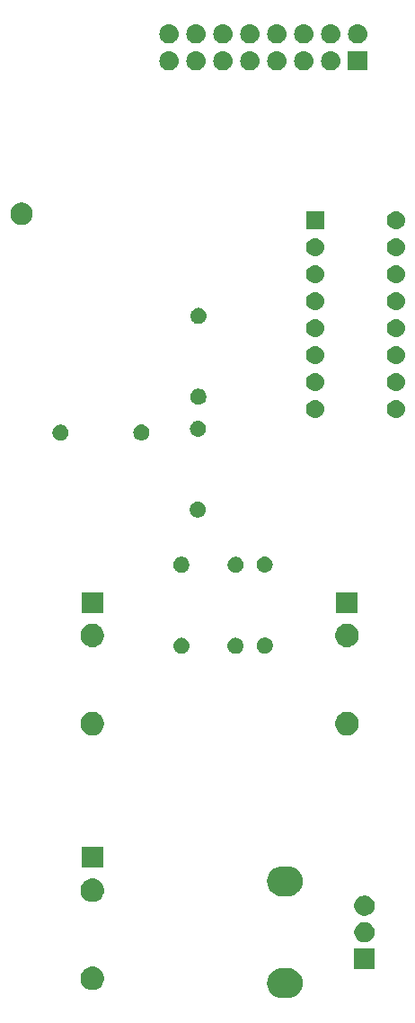
<source format=gbr>
G04 #@! TF.GenerationSoftware,KiCad,Pcbnew,(5.1.4-0)*
G04 #@! TF.CreationDate,2019-09-06T00:12:38-05:00*
G04 #@! TF.ProjectId,attenuverter,61747465-6e75-4766-9572-7465722e6b69,rev?*
G04 #@! TF.SameCoordinates,Original*
G04 #@! TF.FileFunction,Soldermask,Bot*
G04 #@! TF.FilePolarity,Negative*
%FSLAX46Y46*%
G04 Gerber Fmt 4.6, Leading zero omitted, Abs format (unit mm)*
G04 Created by KiCad (PCBNEW (5.1.4-0)) date 2019-09-06 00:12:38*
%MOMM*%
%LPD*%
G04 APERTURE LIST*
%ADD10C,0.100000*%
G04 APERTURE END LIST*
D10*
G36*
X130548412Y-143445805D02*
G01*
X130686604Y-143459416D01*
X130952579Y-143540099D01*
X130952581Y-143540100D01*
X131197701Y-143671119D01*
X131412556Y-143847444D01*
X131588881Y-144062299D01*
X131710633Y-144290082D01*
X131719901Y-144307421D01*
X131800584Y-144573396D01*
X131827827Y-144850000D01*
X131800584Y-145126604D01*
X131719901Y-145392579D01*
X131719900Y-145392581D01*
X131588881Y-145637701D01*
X131412556Y-145852556D01*
X131197701Y-146028881D01*
X130952581Y-146159900D01*
X130952579Y-146159901D01*
X130686604Y-146240584D01*
X130548412Y-146254195D01*
X130479317Y-146261000D01*
X129820683Y-146261000D01*
X129751588Y-146254195D01*
X129613396Y-146240584D01*
X129347421Y-146159901D01*
X129347419Y-146159900D01*
X129102299Y-146028881D01*
X128887444Y-145852556D01*
X128711119Y-145637701D01*
X128580100Y-145392581D01*
X128580099Y-145392579D01*
X128499416Y-145126604D01*
X128472173Y-144850000D01*
X128499416Y-144573396D01*
X128580099Y-144307421D01*
X128589367Y-144290082D01*
X128711119Y-144062299D01*
X128887444Y-143847444D01*
X129102299Y-143671119D01*
X129347419Y-143540100D01*
X129347421Y-143540099D01*
X129613396Y-143459416D01*
X129751588Y-143445805D01*
X129820683Y-143439000D01*
X130479317Y-143439000D01*
X130548412Y-143445805D01*
X130548412Y-143445805D01*
G37*
G36*
X112253655Y-143312591D02*
G01*
X112325525Y-143326887D01*
X112528624Y-143411013D01*
X112711409Y-143533146D01*
X112866854Y-143688591D01*
X112988987Y-143871376D01*
X113073113Y-144074475D01*
X113116000Y-144290084D01*
X113116000Y-144509916D01*
X113073113Y-144725525D01*
X112988987Y-144928624D01*
X112866854Y-145111409D01*
X112711409Y-145266854D01*
X112528624Y-145388987D01*
X112325525Y-145473113D01*
X112253655Y-145487409D01*
X112109918Y-145516000D01*
X111890082Y-145516000D01*
X111746345Y-145487409D01*
X111674475Y-145473113D01*
X111471376Y-145388987D01*
X111288591Y-145266854D01*
X111133146Y-145111409D01*
X111011013Y-144928624D01*
X110926887Y-144725525D01*
X110884000Y-144509916D01*
X110884000Y-144290084D01*
X110926887Y-144074475D01*
X111011013Y-143871376D01*
X111133146Y-143688591D01*
X111288591Y-143533146D01*
X111471376Y-143411013D01*
X111674475Y-143326887D01*
X111746345Y-143312591D01*
X111890082Y-143284000D01*
X112109918Y-143284000D01*
X112253655Y-143312591D01*
X112253655Y-143312591D01*
G37*
G36*
X138601000Y-143501000D02*
G01*
X136699000Y-143501000D01*
X136699000Y-141599000D01*
X138601000Y-141599000D01*
X138601000Y-143501000D01*
X138601000Y-143501000D01*
G37*
G36*
X137927395Y-139135546D02*
G01*
X138100466Y-139207234D01*
X138100467Y-139207235D01*
X138256227Y-139311310D01*
X138388690Y-139443773D01*
X138388691Y-139443775D01*
X138492766Y-139599534D01*
X138564454Y-139772605D01*
X138601000Y-139956333D01*
X138601000Y-140143667D01*
X138564454Y-140327395D01*
X138492766Y-140500466D01*
X138492765Y-140500467D01*
X138388690Y-140656227D01*
X138256227Y-140788690D01*
X138177818Y-140841081D01*
X138100466Y-140892766D01*
X137927395Y-140964454D01*
X137743667Y-141001000D01*
X137556333Y-141001000D01*
X137372605Y-140964454D01*
X137199534Y-140892766D01*
X137122182Y-140841081D01*
X137043773Y-140788690D01*
X136911310Y-140656227D01*
X136807235Y-140500467D01*
X136807234Y-140500466D01*
X136735546Y-140327395D01*
X136699000Y-140143667D01*
X136699000Y-139956333D01*
X136735546Y-139772605D01*
X136807234Y-139599534D01*
X136911309Y-139443775D01*
X136911310Y-139443773D01*
X137043773Y-139311310D01*
X137199533Y-139207235D01*
X137199534Y-139207234D01*
X137372605Y-139135546D01*
X137556333Y-139099000D01*
X137743667Y-139099000D01*
X137927395Y-139135546D01*
X137927395Y-139135546D01*
G37*
G36*
X137927395Y-136635546D02*
G01*
X138100466Y-136707234D01*
X138100467Y-136707235D01*
X138256227Y-136811310D01*
X138388690Y-136943773D01*
X138388691Y-136943775D01*
X138492766Y-137099534D01*
X138564454Y-137272605D01*
X138601000Y-137456333D01*
X138601000Y-137643667D01*
X138564454Y-137827395D01*
X138492766Y-138000466D01*
X138492765Y-138000467D01*
X138388690Y-138156227D01*
X138256227Y-138288690D01*
X138177818Y-138341081D01*
X138100466Y-138392766D01*
X137927395Y-138464454D01*
X137743667Y-138501000D01*
X137556333Y-138501000D01*
X137372605Y-138464454D01*
X137199534Y-138392766D01*
X137122182Y-138341081D01*
X137043773Y-138288690D01*
X136911310Y-138156227D01*
X136807235Y-138000467D01*
X136807234Y-138000466D01*
X136735546Y-137827395D01*
X136699000Y-137643667D01*
X136699000Y-137456333D01*
X136735546Y-137272605D01*
X136807234Y-137099534D01*
X136911309Y-136943775D01*
X136911310Y-136943773D01*
X137043773Y-136811310D01*
X137199533Y-136707235D01*
X137199534Y-136707234D01*
X137372605Y-136635546D01*
X137556333Y-136599000D01*
X137743667Y-136599000D01*
X137927395Y-136635546D01*
X137927395Y-136635546D01*
G37*
G36*
X112253655Y-135012591D02*
G01*
X112325525Y-135026887D01*
X112528624Y-135111013D01*
X112711409Y-135233146D01*
X112866854Y-135388591D01*
X112988987Y-135571376D01*
X112988987Y-135571377D01*
X113073113Y-135774476D01*
X113116000Y-135990082D01*
X113116000Y-136209918D01*
X113087409Y-136353655D01*
X113073113Y-136425525D01*
X112988987Y-136628624D01*
X112866854Y-136811409D01*
X112711409Y-136966854D01*
X112528624Y-137088987D01*
X112325525Y-137173113D01*
X112253655Y-137187409D01*
X112109918Y-137216000D01*
X111890082Y-137216000D01*
X111746345Y-137187409D01*
X111674475Y-137173113D01*
X111471376Y-137088987D01*
X111288591Y-136966854D01*
X111133146Y-136811409D01*
X111011013Y-136628624D01*
X110926887Y-136425525D01*
X110912591Y-136353655D01*
X110884000Y-136209918D01*
X110884000Y-135990082D01*
X110926887Y-135774476D01*
X111011013Y-135571377D01*
X111011013Y-135571376D01*
X111133146Y-135388591D01*
X111288591Y-135233146D01*
X111471376Y-135111013D01*
X111674475Y-135026887D01*
X111746345Y-135012591D01*
X111890082Y-134984000D01*
X112109918Y-134984000D01*
X112253655Y-135012591D01*
X112253655Y-135012591D01*
G37*
G36*
X130548412Y-133845805D02*
G01*
X130686604Y-133859416D01*
X130952579Y-133940099D01*
X130952581Y-133940100D01*
X131197701Y-134071119D01*
X131412556Y-134247444D01*
X131588880Y-134462298D01*
X131719901Y-134707421D01*
X131800584Y-134973396D01*
X131827827Y-135250000D01*
X131800584Y-135526604D01*
X131719901Y-135792579D01*
X131719900Y-135792581D01*
X131588881Y-136037701D01*
X131412556Y-136252556D01*
X131197701Y-136428881D01*
X130952581Y-136559900D01*
X130952579Y-136559901D01*
X130686604Y-136640584D01*
X130548412Y-136654195D01*
X130479317Y-136661000D01*
X129820683Y-136661000D01*
X129751588Y-136654195D01*
X129613396Y-136640584D01*
X129347421Y-136559901D01*
X129347419Y-136559900D01*
X129102299Y-136428881D01*
X128887444Y-136252556D01*
X128711119Y-136037701D01*
X128580100Y-135792581D01*
X128580099Y-135792579D01*
X128499416Y-135526604D01*
X128472173Y-135250000D01*
X128499416Y-134973396D01*
X128580099Y-134707421D01*
X128711120Y-134462298D01*
X128887444Y-134247444D01*
X129102299Y-134071119D01*
X129347419Y-133940100D01*
X129347421Y-133940099D01*
X129613396Y-133859416D01*
X129751588Y-133845805D01*
X129820683Y-133839000D01*
X130479317Y-133839000D01*
X130548412Y-133845805D01*
X130548412Y-133845805D01*
G37*
G36*
X113016000Y-133966000D02*
G01*
X110984000Y-133966000D01*
X110984000Y-132034000D01*
X113016000Y-132034000D01*
X113016000Y-133966000D01*
X113016000Y-133966000D01*
G37*
G36*
X136253655Y-119312591D02*
G01*
X136325525Y-119326887D01*
X136528624Y-119411013D01*
X136711409Y-119533146D01*
X136866854Y-119688591D01*
X136988987Y-119871376D01*
X137073113Y-120074475D01*
X137116000Y-120290084D01*
X137116000Y-120509916D01*
X137073113Y-120725525D01*
X136988987Y-120928624D01*
X136866854Y-121111409D01*
X136711409Y-121266854D01*
X136528624Y-121388987D01*
X136325525Y-121473113D01*
X136253655Y-121487409D01*
X136109918Y-121516000D01*
X135890082Y-121516000D01*
X135746345Y-121487409D01*
X135674475Y-121473113D01*
X135471376Y-121388987D01*
X135288591Y-121266854D01*
X135133146Y-121111409D01*
X135011013Y-120928624D01*
X134926887Y-120725525D01*
X134884000Y-120509916D01*
X134884000Y-120290084D01*
X134926887Y-120074475D01*
X135011013Y-119871376D01*
X135133146Y-119688591D01*
X135288591Y-119533146D01*
X135471376Y-119411013D01*
X135674475Y-119326887D01*
X135746345Y-119312591D01*
X135890082Y-119284000D01*
X136109918Y-119284000D01*
X136253655Y-119312591D01*
X136253655Y-119312591D01*
G37*
G36*
X112253655Y-119312591D02*
G01*
X112325525Y-119326887D01*
X112528624Y-119411013D01*
X112711409Y-119533146D01*
X112866854Y-119688591D01*
X112988987Y-119871376D01*
X113073113Y-120074475D01*
X113116000Y-120290084D01*
X113116000Y-120509916D01*
X113073113Y-120725525D01*
X112988987Y-120928624D01*
X112866854Y-121111409D01*
X112711409Y-121266854D01*
X112528624Y-121388987D01*
X112325525Y-121473113D01*
X112253655Y-121487409D01*
X112109918Y-121516000D01*
X111890082Y-121516000D01*
X111746345Y-121487409D01*
X111674475Y-121473113D01*
X111471376Y-121388987D01*
X111288591Y-121266854D01*
X111133146Y-121111409D01*
X111011013Y-120928624D01*
X110926887Y-120725525D01*
X110884000Y-120509916D01*
X110884000Y-120290084D01*
X110926887Y-120074475D01*
X111011013Y-119871376D01*
X111133146Y-119688591D01*
X111288591Y-119533146D01*
X111471376Y-119411013D01*
X111674475Y-119326887D01*
X111746345Y-119312591D01*
X111890082Y-119284000D01*
X112109918Y-119284000D01*
X112253655Y-119312591D01*
X112253655Y-119312591D01*
G37*
G36*
X120473665Y-112322622D02*
G01*
X120547222Y-112329867D01*
X120688786Y-112372810D01*
X120819252Y-112442546D01*
X120848634Y-112466659D01*
X120933607Y-112536393D01*
X121003008Y-112620960D01*
X121027454Y-112650748D01*
X121097190Y-112781214D01*
X121140133Y-112922778D01*
X121154633Y-113070000D01*
X121140133Y-113217222D01*
X121097190Y-113358786D01*
X121027454Y-113489252D01*
X121003008Y-113519040D01*
X120933607Y-113603607D01*
X120849040Y-113673008D01*
X120819252Y-113697454D01*
X120688786Y-113767190D01*
X120547222Y-113810133D01*
X120473665Y-113817378D01*
X120436888Y-113821000D01*
X120363112Y-113821000D01*
X120326335Y-113817378D01*
X120252778Y-113810133D01*
X120111214Y-113767190D01*
X119980748Y-113697454D01*
X119950960Y-113673008D01*
X119866393Y-113603607D01*
X119796992Y-113519040D01*
X119772546Y-113489252D01*
X119702810Y-113358786D01*
X119659867Y-113217222D01*
X119645367Y-113070000D01*
X119659867Y-112922778D01*
X119702810Y-112781214D01*
X119772546Y-112650748D01*
X119796992Y-112620960D01*
X119866393Y-112536393D01*
X119951366Y-112466659D01*
X119980748Y-112442546D01*
X120111214Y-112372810D01*
X120252778Y-112329867D01*
X120326335Y-112322622D01*
X120363112Y-112319000D01*
X120436888Y-112319000D01*
X120473665Y-112322622D01*
X120473665Y-112322622D01*
G37*
G36*
X125573665Y-112322622D02*
G01*
X125647222Y-112329867D01*
X125788786Y-112372810D01*
X125919252Y-112442546D01*
X125948634Y-112466659D01*
X126033607Y-112536393D01*
X126103008Y-112620960D01*
X126127454Y-112650748D01*
X126197190Y-112781214D01*
X126240133Y-112922778D01*
X126254633Y-113070000D01*
X126240133Y-113217222D01*
X126197190Y-113358786D01*
X126127454Y-113489252D01*
X126103008Y-113519040D01*
X126033607Y-113603607D01*
X125949040Y-113673008D01*
X125919252Y-113697454D01*
X125788786Y-113767190D01*
X125647222Y-113810133D01*
X125573665Y-113817378D01*
X125536888Y-113821000D01*
X125463112Y-113821000D01*
X125426335Y-113817378D01*
X125352778Y-113810133D01*
X125211214Y-113767190D01*
X125080748Y-113697454D01*
X125050960Y-113673008D01*
X124966393Y-113603607D01*
X124896992Y-113519040D01*
X124872546Y-113489252D01*
X124802810Y-113358786D01*
X124759867Y-113217222D01*
X124745367Y-113070000D01*
X124759867Y-112922778D01*
X124802810Y-112781214D01*
X124872546Y-112650748D01*
X124896992Y-112620960D01*
X124966393Y-112536393D01*
X125051366Y-112466659D01*
X125080748Y-112442546D01*
X125211214Y-112372810D01*
X125352778Y-112329867D01*
X125426335Y-112322622D01*
X125463112Y-112319000D01*
X125536888Y-112319000D01*
X125573665Y-112322622D01*
X125573665Y-112322622D01*
G37*
G36*
X128424516Y-112319000D02*
G01*
X128469059Y-112327860D01*
X128605732Y-112384472D01*
X128728735Y-112466660D01*
X128833340Y-112571265D01*
X128833341Y-112571267D01*
X128915529Y-112694270D01*
X128972140Y-112830941D01*
X129001000Y-112976032D01*
X129001000Y-113123968D01*
X128982694Y-113216000D01*
X128972140Y-113269059D01*
X128915528Y-113405732D01*
X128833340Y-113528735D01*
X128728735Y-113633340D01*
X128605732Y-113715528D01*
X128605731Y-113715529D01*
X128605730Y-113715529D01*
X128469059Y-113772140D01*
X128323968Y-113801000D01*
X128176032Y-113801000D01*
X128030941Y-113772140D01*
X127894270Y-113715529D01*
X127894269Y-113715529D01*
X127894268Y-113715528D01*
X127771265Y-113633340D01*
X127666660Y-113528735D01*
X127584472Y-113405732D01*
X127527860Y-113269059D01*
X127517306Y-113216000D01*
X127499000Y-113123968D01*
X127499000Y-112976032D01*
X127527860Y-112830941D01*
X127584471Y-112694270D01*
X127666659Y-112571267D01*
X127666660Y-112571265D01*
X127771265Y-112466660D01*
X127894268Y-112384472D01*
X128030941Y-112327860D01*
X128075484Y-112319000D01*
X128176032Y-112299000D01*
X128323968Y-112299000D01*
X128424516Y-112319000D01*
X128424516Y-112319000D01*
G37*
G36*
X136253655Y-111012591D02*
G01*
X136325525Y-111026887D01*
X136528624Y-111111013D01*
X136711409Y-111233146D01*
X136866854Y-111388591D01*
X136988987Y-111571376D01*
X137073113Y-111774475D01*
X137116000Y-111990084D01*
X137116000Y-112209916D01*
X137073113Y-112425525D01*
X136988987Y-112628624D01*
X136866854Y-112811409D01*
X136711409Y-112966854D01*
X136528624Y-113088987D01*
X136325525Y-113173113D01*
X136253655Y-113187409D01*
X136109918Y-113216000D01*
X135890082Y-113216000D01*
X135746345Y-113187409D01*
X135674475Y-113173113D01*
X135471376Y-113088987D01*
X135288591Y-112966854D01*
X135133146Y-112811409D01*
X135011013Y-112628624D01*
X134926887Y-112425525D01*
X134884000Y-112209916D01*
X134884000Y-111990084D01*
X134926887Y-111774475D01*
X135011013Y-111571376D01*
X135133146Y-111388591D01*
X135288591Y-111233146D01*
X135471376Y-111111013D01*
X135674475Y-111026887D01*
X135746345Y-111012591D01*
X135890082Y-110984000D01*
X136109918Y-110984000D01*
X136253655Y-111012591D01*
X136253655Y-111012591D01*
G37*
G36*
X112253655Y-111012591D02*
G01*
X112325525Y-111026887D01*
X112528624Y-111111013D01*
X112711409Y-111233146D01*
X112866854Y-111388591D01*
X112988987Y-111571376D01*
X113073113Y-111774475D01*
X113116000Y-111990084D01*
X113116000Y-112209916D01*
X113073113Y-112425525D01*
X112988987Y-112628624D01*
X112866854Y-112811409D01*
X112711409Y-112966854D01*
X112528624Y-113088987D01*
X112325525Y-113173113D01*
X112253655Y-113187409D01*
X112109918Y-113216000D01*
X111890082Y-113216000D01*
X111746345Y-113187409D01*
X111674475Y-113173113D01*
X111471376Y-113088987D01*
X111288591Y-112966854D01*
X111133146Y-112811409D01*
X111011013Y-112628624D01*
X110926887Y-112425525D01*
X110884000Y-112209916D01*
X110884000Y-111990084D01*
X110926887Y-111774475D01*
X111011013Y-111571376D01*
X111133146Y-111388591D01*
X111288591Y-111233146D01*
X111471376Y-111111013D01*
X111674475Y-111026887D01*
X111746345Y-111012591D01*
X111890082Y-110984000D01*
X112109918Y-110984000D01*
X112253655Y-111012591D01*
X112253655Y-111012591D01*
G37*
G36*
X137016000Y-109966000D02*
G01*
X134984000Y-109966000D01*
X134984000Y-108034000D01*
X137016000Y-108034000D01*
X137016000Y-109966000D01*
X137016000Y-109966000D01*
G37*
G36*
X113016000Y-109966000D02*
G01*
X110984000Y-109966000D01*
X110984000Y-108034000D01*
X113016000Y-108034000D01*
X113016000Y-109966000D01*
X113016000Y-109966000D01*
G37*
G36*
X125719059Y-104727860D02*
G01*
X125855732Y-104784472D01*
X125978735Y-104866660D01*
X126083340Y-104971265D01*
X126165528Y-105094268D01*
X126222140Y-105230941D01*
X126251000Y-105376033D01*
X126251000Y-105523967D01*
X126222140Y-105669059D01*
X126165528Y-105805732D01*
X126083340Y-105928735D01*
X125978735Y-106033340D01*
X125855732Y-106115528D01*
X125855731Y-106115529D01*
X125855730Y-106115529D01*
X125719059Y-106172140D01*
X125573968Y-106201000D01*
X125426032Y-106201000D01*
X125280941Y-106172140D01*
X125144270Y-106115529D01*
X125144269Y-106115529D01*
X125144268Y-106115528D01*
X125021265Y-106033340D01*
X124916660Y-105928735D01*
X124834472Y-105805732D01*
X124777860Y-105669059D01*
X124749000Y-105523967D01*
X124749000Y-105376033D01*
X124777860Y-105230941D01*
X124834472Y-105094268D01*
X124916660Y-104971265D01*
X125021265Y-104866660D01*
X125144268Y-104784472D01*
X125280941Y-104727860D01*
X125426032Y-104699000D01*
X125573968Y-104699000D01*
X125719059Y-104727860D01*
X125719059Y-104727860D01*
G37*
G36*
X120619059Y-104727860D02*
G01*
X120755732Y-104784472D01*
X120878735Y-104866660D01*
X120983340Y-104971265D01*
X121065528Y-105094268D01*
X121122140Y-105230941D01*
X121151000Y-105376033D01*
X121151000Y-105523967D01*
X121122140Y-105669059D01*
X121065528Y-105805732D01*
X120983340Y-105928735D01*
X120878735Y-106033340D01*
X120755732Y-106115528D01*
X120755731Y-106115529D01*
X120755730Y-106115529D01*
X120619059Y-106172140D01*
X120473968Y-106201000D01*
X120326032Y-106201000D01*
X120180941Y-106172140D01*
X120044270Y-106115529D01*
X120044269Y-106115529D01*
X120044268Y-106115528D01*
X119921265Y-106033340D01*
X119816660Y-105928735D01*
X119734472Y-105805732D01*
X119677860Y-105669059D01*
X119649000Y-105523967D01*
X119649000Y-105376033D01*
X119677860Y-105230941D01*
X119734472Y-105094268D01*
X119816660Y-104971265D01*
X119921265Y-104866660D01*
X120044268Y-104784472D01*
X120180941Y-104727860D01*
X120326032Y-104699000D01*
X120473968Y-104699000D01*
X120619059Y-104727860D01*
X120619059Y-104727860D01*
G37*
G36*
X128323665Y-104682622D02*
G01*
X128397222Y-104689867D01*
X128538786Y-104732810D01*
X128669252Y-104802546D01*
X128699040Y-104826992D01*
X128783607Y-104896393D01*
X128845051Y-104971265D01*
X128877454Y-105010748D01*
X128947190Y-105141214D01*
X128990133Y-105282778D01*
X129004633Y-105430000D01*
X128990133Y-105577222D01*
X128947190Y-105718786D01*
X128877454Y-105849252D01*
X128853008Y-105879040D01*
X128783607Y-105963607D01*
X128699040Y-106033008D01*
X128669252Y-106057454D01*
X128538786Y-106127190D01*
X128397222Y-106170133D01*
X128323665Y-106177378D01*
X128286888Y-106181000D01*
X128213112Y-106181000D01*
X128176335Y-106177378D01*
X128102778Y-106170133D01*
X127961214Y-106127190D01*
X127830748Y-106057454D01*
X127800960Y-106033008D01*
X127716393Y-105963607D01*
X127646992Y-105879040D01*
X127622546Y-105849252D01*
X127552810Y-105718786D01*
X127509867Y-105577222D01*
X127495367Y-105430000D01*
X127509867Y-105282778D01*
X127552810Y-105141214D01*
X127622546Y-105010748D01*
X127654949Y-104971265D01*
X127716393Y-104896393D01*
X127800960Y-104826992D01*
X127830748Y-104802546D01*
X127961214Y-104732810D01*
X128102778Y-104689867D01*
X128176335Y-104682622D01*
X128213112Y-104679000D01*
X128286888Y-104679000D01*
X128323665Y-104682622D01*
X128323665Y-104682622D01*
G37*
G36*
X122169059Y-99527860D02*
G01*
X122305732Y-99584472D01*
X122428735Y-99666660D01*
X122533340Y-99771265D01*
X122615528Y-99894268D01*
X122672140Y-100030941D01*
X122701000Y-100176033D01*
X122701000Y-100323967D01*
X122672140Y-100469059D01*
X122615528Y-100605732D01*
X122533340Y-100728735D01*
X122428735Y-100833340D01*
X122305732Y-100915528D01*
X122305731Y-100915529D01*
X122305730Y-100915529D01*
X122169059Y-100972140D01*
X122023968Y-101001000D01*
X121876032Y-101001000D01*
X121730941Y-100972140D01*
X121594270Y-100915529D01*
X121594269Y-100915529D01*
X121594268Y-100915528D01*
X121471265Y-100833340D01*
X121366660Y-100728735D01*
X121284472Y-100605732D01*
X121227860Y-100469059D01*
X121199000Y-100323967D01*
X121199000Y-100176033D01*
X121227860Y-100030941D01*
X121284472Y-99894268D01*
X121366660Y-99771265D01*
X121471265Y-99666660D01*
X121594268Y-99584472D01*
X121730941Y-99527860D01*
X121876032Y-99499000D01*
X122023968Y-99499000D01*
X122169059Y-99527860D01*
X122169059Y-99527860D01*
G37*
G36*
X109219059Y-92277860D02*
G01*
X109279294Y-92302810D01*
X109355732Y-92334472D01*
X109478735Y-92416660D01*
X109583340Y-92521265D01*
X109665528Y-92644268D01*
X109722140Y-92780941D01*
X109751000Y-92926033D01*
X109751000Y-93073967D01*
X109722140Y-93219059D01*
X109665528Y-93355732D01*
X109583340Y-93478735D01*
X109478735Y-93583340D01*
X109355732Y-93665528D01*
X109355731Y-93665529D01*
X109355730Y-93665529D01*
X109219059Y-93722140D01*
X109073968Y-93751000D01*
X108926032Y-93751000D01*
X108780941Y-93722140D01*
X108644270Y-93665529D01*
X108644269Y-93665529D01*
X108644268Y-93665528D01*
X108521265Y-93583340D01*
X108416660Y-93478735D01*
X108334472Y-93355732D01*
X108277860Y-93219059D01*
X108249000Y-93073967D01*
X108249000Y-92926033D01*
X108277860Y-92780941D01*
X108334472Y-92644268D01*
X108416660Y-92521265D01*
X108521265Y-92416660D01*
X108644268Y-92334472D01*
X108720707Y-92302810D01*
X108780941Y-92277860D01*
X108926032Y-92249000D01*
X109073968Y-92249000D01*
X109219059Y-92277860D01*
X109219059Y-92277860D01*
G37*
G36*
X116693665Y-92252622D02*
G01*
X116767222Y-92259867D01*
X116908786Y-92302810D01*
X117039252Y-92372546D01*
X117069040Y-92396992D01*
X117153607Y-92466393D01*
X117223008Y-92550960D01*
X117247454Y-92580748D01*
X117317190Y-92711214D01*
X117360133Y-92852778D01*
X117374633Y-93000000D01*
X117360133Y-93147222D01*
X117338341Y-93219059D01*
X117317189Y-93288788D01*
X117282322Y-93354019D01*
X117247454Y-93419252D01*
X117223008Y-93449040D01*
X117153607Y-93533607D01*
X117093004Y-93583341D01*
X117039252Y-93627454D01*
X116908786Y-93697190D01*
X116767222Y-93740133D01*
X116693665Y-93747378D01*
X116656888Y-93751000D01*
X116583112Y-93751000D01*
X116546335Y-93747378D01*
X116472778Y-93740133D01*
X116331214Y-93697190D01*
X116200748Y-93627454D01*
X116146996Y-93583341D01*
X116086393Y-93533607D01*
X116016992Y-93449040D01*
X115992546Y-93419252D01*
X115957678Y-93354019D01*
X115922811Y-93288788D01*
X115901659Y-93219059D01*
X115879867Y-93147222D01*
X115865367Y-93000000D01*
X115879867Y-92852778D01*
X115922810Y-92711214D01*
X115992546Y-92580748D01*
X116016992Y-92550960D01*
X116086393Y-92466393D01*
X116170960Y-92396992D01*
X116200748Y-92372546D01*
X116331214Y-92302810D01*
X116472778Y-92259867D01*
X116546335Y-92252622D01*
X116583112Y-92249000D01*
X116656888Y-92249000D01*
X116693665Y-92252622D01*
X116693665Y-92252622D01*
G37*
G36*
X122023665Y-91882622D02*
G01*
X122097222Y-91889867D01*
X122238786Y-91932810D01*
X122369252Y-92002546D01*
X122399040Y-92026992D01*
X122483607Y-92096393D01*
X122553008Y-92180960D01*
X122577454Y-92210748D01*
X122577455Y-92210750D01*
X122626663Y-92302810D01*
X122647190Y-92341214D01*
X122690133Y-92482778D01*
X122704633Y-92630000D01*
X122690133Y-92777222D01*
X122647190Y-92918786D01*
X122577454Y-93049252D01*
X122557171Y-93073967D01*
X122483607Y-93163607D01*
X122399040Y-93233008D01*
X122369252Y-93257454D01*
X122238786Y-93327190D01*
X122097222Y-93370133D01*
X122023665Y-93377378D01*
X121986888Y-93381000D01*
X121913112Y-93381000D01*
X121876335Y-93377378D01*
X121802778Y-93370133D01*
X121661214Y-93327190D01*
X121530748Y-93257454D01*
X121500960Y-93233008D01*
X121416393Y-93163607D01*
X121342829Y-93073967D01*
X121322546Y-93049252D01*
X121252810Y-92918786D01*
X121209867Y-92777222D01*
X121195367Y-92630000D01*
X121209867Y-92482778D01*
X121252810Y-92341214D01*
X121273338Y-92302810D01*
X121322545Y-92210750D01*
X121322546Y-92210748D01*
X121346992Y-92180960D01*
X121416393Y-92096393D01*
X121500960Y-92026992D01*
X121530748Y-92002546D01*
X121661214Y-91932810D01*
X121802778Y-91889867D01*
X121876335Y-91882622D01*
X121913112Y-91879000D01*
X121986888Y-91879000D01*
X122023665Y-91882622D01*
X122023665Y-91882622D01*
G37*
G36*
X133166823Y-89941313D02*
G01*
X133327242Y-89989976D01*
X133459906Y-90060886D01*
X133475078Y-90068996D01*
X133604659Y-90175341D01*
X133711004Y-90304922D01*
X133711005Y-90304924D01*
X133790024Y-90452758D01*
X133838687Y-90613177D01*
X133855117Y-90780000D01*
X133838687Y-90946823D01*
X133790024Y-91107242D01*
X133719114Y-91239906D01*
X133711004Y-91255078D01*
X133604659Y-91384659D01*
X133475078Y-91491004D01*
X133475076Y-91491005D01*
X133327242Y-91570024D01*
X133166823Y-91618687D01*
X133041804Y-91631000D01*
X132958196Y-91631000D01*
X132833177Y-91618687D01*
X132672758Y-91570024D01*
X132524924Y-91491005D01*
X132524922Y-91491004D01*
X132395341Y-91384659D01*
X132288996Y-91255078D01*
X132280886Y-91239906D01*
X132209976Y-91107242D01*
X132161313Y-90946823D01*
X132144883Y-90780000D01*
X132161313Y-90613177D01*
X132209976Y-90452758D01*
X132288995Y-90304924D01*
X132288996Y-90304922D01*
X132395341Y-90175341D01*
X132524922Y-90068996D01*
X132540094Y-90060886D01*
X132672758Y-89989976D01*
X132833177Y-89941313D01*
X132958196Y-89929000D01*
X133041804Y-89929000D01*
X133166823Y-89941313D01*
X133166823Y-89941313D01*
G37*
G36*
X140786823Y-89941313D02*
G01*
X140947242Y-89989976D01*
X141079906Y-90060886D01*
X141095078Y-90068996D01*
X141224659Y-90175341D01*
X141331004Y-90304922D01*
X141331005Y-90304924D01*
X141410024Y-90452758D01*
X141458687Y-90613177D01*
X141475117Y-90780000D01*
X141458687Y-90946823D01*
X141410024Y-91107242D01*
X141339114Y-91239906D01*
X141331004Y-91255078D01*
X141224659Y-91384659D01*
X141095078Y-91491004D01*
X141095076Y-91491005D01*
X140947242Y-91570024D01*
X140786823Y-91618687D01*
X140661804Y-91631000D01*
X140578196Y-91631000D01*
X140453177Y-91618687D01*
X140292758Y-91570024D01*
X140144924Y-91491005D01*
X140144922Y-91491004D01*
X140015341Y-91384659D01*
X139908996Y-91255078D01*
X139900886Y-91239906D01*
X139829976Y-91107242D01*
X139781313Y-90946823D01*
X139764883Y-90780000D01*
X139781313Y-90613177D01*
X139829976Y-90452758D01*
X139908995Y-90304924D01*
X139908996Y-90304922D01*
X140015341Y-90175341D01*
X140144922Y-90068996D01*
X140160094Y-90060886D01*
X140292758Y-89989976D01*
X140453177Y-89941313D01*
X140578196Y-89929000D01*
X140661804Y-89929000D01*
X140786823Y-89941313D01*
X140786823Y-89941313D01*
G37*
G36*
X122219059Y-88897860D02*
G01*
X122355732Y-88954472D01*
X122478735Y-89036660D01*
X122583340Y-89141265D01*
X122583341Y-89141267D01*
X122665529Y-89264270D01*
X122722140Y-89400941D01*
X122751000Y-89546032D01*
X122751000Y-89693968D01*
X122722140Y-89839059D01*
X122679785Y-89941314D01*
X122665528Y-89975732D01*
X122583340Y-90098735D01*
X122478735Y-90203340D01*
X122355732Y-90285528D01*
X122355731Y-90285529D01*
X122355730Y-90285529D01*
X122219059Y-90342140D01*
X122073968Y-90371000D01*
X121926032Y-90371000D01*
X121780941Y-90342140D01*
X121644270Y-90285529D01*
X121644269Y-90285529D01*
X121644268Y-90285528D01*
X121521265Y-90203340D01*
X121416660Y-90098735D01*
X121334472Y-89975732D01*
X121320216Y-89941314D01*
X121277860Y-89839059D01*
X121249000Y-89693968D01*
X121249000Y-89546032D01*
X121277860Y-89400941D01*
X121334471Y-89264270D01*
X121416659Y-89141267D01*
X121416660Y-89141265D01*
X121521265Y-89036660D01*
X121644268Y-88954472D01*
X121780941Y-88897860D01*
X121926032Y-88869000D01*
X122073968Y-88869000D01*
X122219059Y-88897860D01*
X122219059Y-88897860D01*
G37*
G36*
X140786823Y-87401313D02*
G01*
X140947242Y-87449976D01*
X141079906Y-87520886D01*
X141095078Y-87528996D01*
X141224659Y-87635341D01*
X141331004Y-87764922D01*
X141331005Y-87764924D01*
X141410024Y-87912758D01*
X141458687Y-88073177D01*
X141475117Y-88240000D01*
X141458687Y-88406823D01*
X141410024Y-88567242D01*
X141339114Y-88699906D01*
X141331004Y-88715078D01*
X141224659Y-88844659D01*
X141095078Y-88951004D01*
X141095076Y-88951005D01*
X140947242Y-89030024D01*
X140786823Y-89078687D01*
X140661804Y-89091000D01*
X140578196Y-89091000D01*
X140453177Y-89078687D01*
X140292758Y-89030024D01*
X140144924Y-88951005D01*
X140144922Y-88951004D01*
X140015341Y-88844659D01*
X139908996Y-88715078D01*
X139900886Y-88699906D01*
X139829976Y-88567242D01*
X139781313Y-88406823D01*
X139764883Y-88240000D01*
X139781313Y-88073177D01*
X139829976Y-87912758D01*
X139908995Y-87764924D01*
X139908996Y-87764922D01*
X140015341Y-87635341D01*
X140144922Y-87528996D01*
X140160094Y-87520886D01*
X140292758Y-87449976D01*
X140453177Y-87401313D01*
X140578196Y-87389000D01*
X140661804Y-87389000D01*
X140786823Y-87401313D01*
X140786823Y-87401313D01*
G37*
G36*
X133166823Y-87401313D02*
G01*
X133327242Y-87449976D01*
X133459906Y-87520886D01*
X133475078Y-87528996D01*
X133604659Y-87635341D01*
X133711004Y-87764922D01*
X133711005Y-87764924D01*
X133790024Y-87912758D01*
X133838687Y-88073177D01*
X133855117Y-88240000D01*
X133838687Y-88406823D01*
X133790024Y-88567242D01*
X133719114Y-88699906D01*
X133711004Y-88715078D01*
X133604659Y-88844659D01*
X133475078Y-88951004D01*
X133475076Y-88951005D01*
X133327242Y-89030024D01*
X133166823Y-89078687D01*
X133041804Y-89091000D01*
X132958196Y-89091000D01*
X132833177Y-89078687D01*
X132672758Y-89030024D01*
X132524924Y-88951005D01*
X132524922Y-88951004D01*
X132395341Y-88844659D01*
X132288996Y-88715078D01*
X132280886Y-88699906D01*
X132209976Y-88567242D01*
X132161313Y-88406823D01*
X132144883Y-88240000D01*
X132161313Y-88073177D01*
X132209976Y-87912758D01*
X132288995Y-87764924D01*
X132288996Y-87764922D01*
X132395341Y-87635341D01*
X132524922Y-87528996D01*
X132540094Y-87520886D01*
X132672758Y-87449976D01*
X132833177Y-87401313D01*
X132958196Y-87389000D01*
X133041804Y-87389000D01*
X133166823Y-87401313D01*
X133166823Y-87401313D01*
G37*
G36*
X140786823Y-84861313D02*
G01*
X140947242Y-84909976D01*
X141079906Y-84980886D01*
X141095078Y-84988996D01*
X141224659Y-85095341D01*
X141331004Y-85224922D01*
X141331005Y-85224924D01*
X141410024Y-85372758D01*
X141458687Y-85533177D01*
X141475117Y-85700000D01*
X141458687Y-85866823D01*
X141410024Y-86027242D01*
X141339114Y-86159906D01*
X141331004Y-86175078D01*
X141224659Y-86304659D01*
X141095078Y-86411004D01*
X141095076Y-86411005D01*
X140947242Y-86490024D01*
X140786823Y-86538687D01*
X140661804Y-86551000D01*
X140578196Y-86551000D01*
X140453177Y-86538687D01*
X140292758Y-86490024D01*
X140144924Y-86411005D01*
X140144922Y-86411004D01*
X140015341Y-86304659D01*
X139908996Y-86175078D01*
X139900886Y-86159906D01*
X139829976Y-86027242D01*
X139781313Y-85866823D01*
X139764883Y-85700000D01*
X139781313Y-85533177D01*
X139829976Y-85372758D01*
X139908995Y-85224924D01*
X139908996Y-85224922D01*
X140015341Y-85095341D01*
X140144922Y-84988996D01*
X140160094Y-84980886D01*
X140292758Y-84909976D01*
X140453177Y-84861313D01*
X140578196Y-84849000D01*
X140661804Y-84849000D01*
X140786823Y-84861313D01*
X140786823Y-84861313D01*
G37*
G36*
X133166823Y-84861313D02*
G01*
X133327242Y-84909976D01*
X133459906Y-84980886D01*
X133475078Y-84988996D01*
X133604659Y-85095341D01*
X133711004Y-85224922D01*
X133711005Y-85224924D01*
X133790024Y-85372758D01*
X133838687Y-85533177D01*
X133855117Y-85700000D01*
X133838687Y-85866823D01*
X133790024Y-86027242D01*
X133719114Y-86159906D01*
X133711004Y-86175078D01*
X133604659Y-86304659D01*
X133475078Y-86411004D01*
X133475076Y-86411005D01*
X133327242Y-86490024D01*
X133166823Y-86538687D01*
X133041804Y-86551000D01*
X132958196Y-86551000D01*
X132833177Y-86538687D01*
X132672758Y-86490024D01*
X132524924Y-86411005D01*
X132524922Y-86411004D01*
X132395341Y-86304659D01*
X132288996Y-86175078D01*
X132280886Y-86159906D01*
X132209976Y-86027242D01*
X132161313Y-85866823D01*
X132144883Y-85700000D01*
X132161313Y-85533177D01*
X132209976Y-85372758D01*
X132288995Y-85224924D01*
X132288996Y-85224922D01*
X132395341Y-85095341D01*
X132524922Y-84988996D01*
X132540094Y-84980886D01*
X132672758Y-84909976D01*
X132833177Y-84861313D01*
X132958196Y-84849000D01*
X133041804Y-84849000D01*
X133166823Y-84861313D01*
X133166823Y-84861313D01*
G37*
G36*
X140786823Y-82321313D02*
G01*
X140947242Y-82369976D01*
X141079906Y-82440886D01*
X141095078Y-82448996D01*
X141224659Y-82555341D01*
X141331004Y-82684922D01*
X141331005Y-82684924D01*
X141410024Y-82832758D01*
X141458687Y-82993177D01*
X141475117Y-83160000D01*
X141458687Y-83326823D01*
X141410024Y-83487242D01*
X141339114Y-83619906D01*
X141331004Y-83635078D01*
X141224659Y-83764659D01*
X141095078Y-83871004D01*
X141095076Y-83871005D01*
X140947242Y-83950024D01*
X140786823Y-83998687D01*
X140661804Y-84011000D01*
X140578196Y-84011000D01*
X140453177Y-83998687D01*
X140292758Y-83950024D01*
X140144924Y-83871005D01*
X140144922Y-83871004D01*
X140015341Y-83764659D01*
X139908996Y-83635078D01*
X139900886Y-83619906D01*
X139829976Y-83487242D01*
X139781313Y-83326823D01*
X139764883Y-83160000D01*
X139781313Y-82993177D01*
X139829976Y-82832758D01*
X139908995Y-82684924D01*
X139908996Y-82684922D01*
X140015341Y-82555341D01*
X140144922Y-82448996D01*
X140160094Y-82440886D01*
X140292758Y-82369976D01*
X140453177Y-82321313D01*
X140578196Y-82309000D01*
X140661804Y-82309000D01*
X140786823Y-82321313D01*
X140786823Y-82321313D01*
G37*
G36*
X133166823Y-82321313D02*
G01*
X133327242Y-82369976D01*
X133459906Y-82440886D01*
X133475078Y-82448996D01*
X133604659Y-82555341D01*
X133711004Y-82684922D01*
X133711005Y-82684924D01*
X133790024Y-82832758D01*
X133838687Y-82993177D01*
X133855117Y-83160000D01*
X133838687Y-83326823D01*
X133790024Y-83487242D01*
X133719114Y-83619906D01*
X133711004Y-83635078D01*
X133604659Y-83764659D01*
X133475078Y-83871004D01*
X133475076Y-83871005D01*
X133327242Y-83950024D01*
X133166823Y-83998687D01*
X133041804Y-84011000D01*
X132958196Y-84011000D01*
X132833177Y-83998687D01*
X132672758Y-83950024D01*
X132524924Y-83871005D01*
X132524922Y-83871004D01*
X132395341Y-83764659D01*
X132288996Y-83635078D01*
X132280886Y-83619906D01*
X132209976Y-83487242D01*
X132161313Y-83326823D01*
X132144883Y-83160000D01*
X132161313Y-82993177D01*
X132209976Y-82832758D01*
X132288995Y-82684924D01*
X132288996Y-82684922D01*
X132395341Y-82555341D01*
X132524922Y-82448996D01*
X132540094Y-82440886D01*
X132672758Y-82369976D01*
X132833177Y-82321313D01*
X132958196Y-82309000D01*
X133041804Y-82309000D01*
X133166823Y-82321313D01*
X133166823Y-82321313D01*
G37*
G36*
X122073665Y-81252622D02*
G01*
X122147222Y-81259867D01*
X122288786Y-81302810D01*
X122419252Y-81372546D01*
X122449040Y-81396992D01*
X122533607Y-81466393D01*
X122603008Y-81550960D01*
X122627454Y-81580748D01*
X122697190Y-81711214D01*
X122740133Y-81852778D01*
X122754633Y-82000000D01*
X122740133Y-82147222D01*
X122697190Y-82288786D01*
X122627454Y-82419252D01*
X122603045Y-82448995D01*
X122533607Y-82533607D01*
X122449040Y-82603008D01*
X122419252Y-82627454D01*
X122288786Y-82697190D01*
X122147222Y-82740133D01*
X122073665Y-82747378D01*
X122036888Y-82751000D01*
X121963112Y-82751000D01*
X121926335Y-82747378D01*
X121852778Y-82740133D01*
X121711214Y-82697190D01*
X121580748Y-82627454D01*
X121550960Y-82603008D01*
X121466393Y-82533607D01*
X121396955Y-82448995D01*
X121372546Y-82419252D01*
X121302810Y-82288786D01*
X121259867Y-82147222D01*
X121245367Y-82000000D01*
X121259867Y-81852778D01*
X121302810Y-81711214D01*
X121372546Y-81580748D01*
X121396992Y-81550960D01*
X121466393Y-81466393D01*
X121550960Y-81396992D01*
X121580748Y-81372546D01*
X121711214Y-81302810D01*
X121852778Y-81259867D01*
X121926335Y-81252622D01*
X121963112Y-81249000D01*
X122036888Y-81249000D01*
X122073665Y-81252622D01*
X122073665Y-81252622D01*
G37*
G36*
X140786823Y-79781313D02*
G01*
X140947242Y-79829976D01*
X141079906Y-79900886D01*
X141095078Y-79908996D01*
X141224659Y-80015341D01*
X141331004Y-80144922D01*
X141331005Y-80144924D01*
X141410024Y-80292758D01*
X141458687Y-80453177D01*
X141475117Y-80620000D01*
X141458687Y-80786823D01*
X141410024Y-80947242D01*
X141339114Y-81079906D01*
X141331004Y-81095078D01*
X141224659Y-81224659D01*
X141095078Y-81331004D01*
X141095076Y-81331005D01*
X140947242Y-81410024D01*
X140786823Y-81458687D01*
X140661804Y-81471000D01*
X140578196Y-81471000D01*
X140453177Y-81458687D01*
X140292758Y-81410024D01*
X140144924Y-81331005D01*
X140144922Y-81331004D01*
X140015341Y-81224659D01*
X139908996Y-81095078D01*
X139900886Y-81079906D01*
X139829976Y-80947242D01*
X139781313Y-80786823D01*
X139764883Y-80620000D01*
X139781313Y-80453177D01*
X139829976Y-80292758D01*
X139908995Y-80144924D01*
X139908996Y-80144922D01*
X140015341Y-80015341D01*
X140144922Y-79908996D01*
X140160094Y-79900886D01*
X140292758Y-79829976D01*
X140453177Y-79781313D01*
X140578196Y-79769000D01*
X140661804Y-79769000D01*
X140786823Y-79781313D01*
X140786823Y-79781313D01*
G37*
G36*
X133166823Y-79781313D02*
G01*
X133327242Y-79829976D01*
X133459906Y-79900886D01*
X133475078Y-79908996D01*
X133604659Y-80015341D01*
X133711004Y-80144922D01*
X133711005Y-80144924D01*
X133790024Y-80292758D01*
X133838687Y-80453177D01*
X133855117Y-80620000D01*
X133838687Y-80786823D01*
X133790024Y-80947242D01*
X133719114Y-81079906D01*
X133711004Y-81095078D01*
X133604659Y-81224659D01*
X133475078Y-81331004D01*
X133475076Y-81331005D01*
X133327242Y-81410024D01*
X133166823Y-81458687D01*
X133041804Y-81471000D01*
X132958196Y-81471000D01*
X132833177Y-81458687D01*
X132672758Y-81410024D01*
X132524924Y-81331005D01*
X132524922Y-81331004D01*
X132395341Y-81224659D01*
X132288996Y-81095078D01*
X132280886Y-81079906D01*
X132209976Y-80947242D01*
X132161313Y-80786823D01*
X132144883Y-80620000D01*
X132161313Y-80453177D01*
X132209976Y-80292758D01*
X132288995Y-80144924D01*
X132288996Y-80144922D01*
X132395341Y-80015341D01*
X132524922Y-79908996D01*
X132540094Y-79900886D01*
X132672758Y-79829976D01*
X132833177Y-79781313D01*
X132958196Y-79769000D01*
X133041804Y-79769000D01*
X133166823Y-79781313D01*
X133166823Y-79781313D01*
G37*
G36*
X140786823Y-77241313D02*
G01*
X140947242Y-77289976D01*
X141079906Y-77360886D01*
X141095078Y-77368996D01*
X141224659Y-77475341D01*
X141331004Y-77604922D01*
X141331005Y-77604924D01*
X141410024Y-77752758D01*
X141458687Y-77913177D01*
X141475117Y-78080000D01*
X141458687Y-78246823D01*
X141410024Y-78407242D01*
X141339114Y-78539906D01*
X141331004Y-78555078D01*
X141224659Y-78684659D01*
X141095078Y-78791004D01*
X141095076Y-78791005D01*
X140947242Y-78870024D01*
X140786823Y-78918687D01*
X140661804Y-78931000D01*
X140578196Y-78931000D01*
X140453177Y-78918687D01*
X140292758Y-78870024D01*
X140144924Y-78791005D01*
X140144922Y-78791004D01*
X140015341Y-78684659D01*
X139908996Y-78555078D01*
X139900886Y-78539906D01*
X139829976Y-78407242D01*
X139781313Y-78246823D01*
X139764883Y-78080000D01*
X139781313Y-77913177D01*
X139829976Y-77752758D01*
X139908995Y-77604924D01*
X139908996Y-77604922D01*
X140015341Y-77475341D01*
X140144922Y-77368996D01*
X140160094Y-77360886D01*
X140292758Y-77289976D01*
X140453177Y-77241313D01*
X140578196Y-77229000D01*
X140661804Y-77229000D01*
X140786823Y-77241313D01*
X140786823Y-77241313D01*
G37*
G36*
X133166823Y-77241313D02*
G01*
X133327242Y-77289976D01*
X133459906Y-77360886D01*
X133475078Y-77368996D01*
X133604659Y-77475341D01*
X133711004Y-77604922D01*
X133711005Y-77604924D01*
X133790024Y-77752758D01*
X133838687Y-77913177D01*
X133855117Y-78080000D01*
X133838687Y-78246823D01*
X133790024Y-78407242D01*
X133719114Y-78539906D01*
X133711004Y-78555078D01*
X133604659Y-78684659D01*
X133475078Y-78791004D01*
X133475076Y-78791005D01*
X133327242Y-78870024D01*
X133166823Y-78918687D01*
X133041804Y-78931000D01*
X132958196Y-78931000D01*
X132833177Y-78918687D01*
X132672758Y-78870024D01*
X132524924Y-78791005D01*
X132524922Y-78791004D01*
X132395341Y-78684659D01*
X132288996Y-78555078D01*
X132280886Y-78539906D01*
X132209976Y-78407242D01*
X132161313Y-78246823D01*
X132144883Y-78080000D01*
X132161313Y-77913177D01*
X132209976Y-77752758D01*
X132288995Y-77604924D01*
X132288996Y-77604922D01*
X132395341Y-77475341D01*
X132524922Y-77368996D01*
X132540094Y-77360886D01*
X132672758Y-77289976D01*
X132833177Y-77241313D01*
X132958196Y-77229000D01*
X133041804Y-77229000D01*
X133166823Y-77241313D01*
X133166823Y-77241313D01*
G37*
G36*
X140786823Y-74701313D02*
G01*
X140947242Y-74749976D01*
X141079906Y-74820886D01*
X141095078Y-74828996D01*
X141224659Y-74935341D01*
X141331004Y-75064922D01*
X141331005Y-75064924D01*
X141410024Y-75212758D01*
X141458687Y-75373177D01*
X141475117Y-75540000D01*
X141458687Y-75706823D01*
X141410024Y-75867242D01*
X141339114Y-75999906D01*
X141331004Y-76015078D01*
X141224659Y-76144659D01*
X141095078Y-76251004D01*
X141095076Y-76251005D01*
X140947242Y-76330024D01*
X140786823Y-76378687D01*
X140661804Y-76391000D01*
X140578196Y-76391000D01*
X140453177Y-76378687D01*
X140292758Y-76330024D01*
X140144924Y-76251005D01*
X140144922Y-76251004D01*
X140015341Y-76144659D01*
X139908996Y-76015078D01*
X139900886Y-75999906D01*
X139829976Y-75867242D01*
X139781313Y-75706823D01*
X139764883Y-75540000D01*
X139781313Y-75373177D01*
X139829976Y-75212758D01*
X139908995Y-75064924D01*
X139908996Y-75064922D01*
X140015341Y-74935341D01*
X140144922Y-74828996D01*
X140160094Y-74820886D01*
X140292758Y-74749976D01*
X140453177Y-74701313D01*
X140578196Y-74689000D01*
X140661804Y-74689000D01*
X140786823Y-74701313D01*
X140786823Y-74701313D01*
G37*
G36*
X133166823Y-74701313D02*
G01*
X133327242Y-74749976D01*
X133459906Y-74820886D01*
X133475078Y-74828996D01*
X133604659Y-74935341D01*
X133711004Y-75064922D01*
X133711005Y-75064924D01*
X133790024Y-75212758D01*
X133838687Y-75373177D01*
X133855117Y-75540000D01*
X133838687Y-75706823D01*
X133790024Y-75867242D01*
X133719114Y-75999906D01*
X133711004Y-76015078D01*
X133604659Y-76144659D01*
X133475078Y-76251004D01*
X133475076Y-76251005D01*
X133327242Y-76330024D01*
X133166823Y-76378687D01*
X133041804Y-76391000D01*
X132958196Y-76391000D01*
X132833177Y-76378687D01*
X132672758Y-76330024D01*
X132524924Y-76251005D01*
X132524922Y-76251004D01*
X132395341Y-76144659D01*
X132288996Y-76015078D01*
X132280886Y-75999906D01*
X132209976Y-75867242D01*
X132161313Y-75706823D01*
X132144883Y-75540000D01*
X132161313Y-75373177D01*
X132209976Y-75212758D01*
X132288995Y-75064924D01*
X132288996Y-75064922D01*
X132395341Y-74935341D01*
X132524922Y-74828996D01*
X132540094Y-74820886D01*
X132672758Y-74749976D01*
X132833177Y-74701313D01*
X132958196Y-74689000D01*
X133041804Y-74689000D01*
X133166823Y-74701313D01*
X133166823Y-74701313D01*
G37*
G36*
X140786823Y-72161313D02*
G01*
X140947242Y-72209976D01*
X141079906Y-72280886D01*
X141095078Y-72288996D01*
X141224659Y-72395341D01*
X141331004Y-72524922D01*
X141331005Y-72524924D01*
X141410024Y-72672758D01*
X141458687Y-72833177D01*
X141475117Y-73000000D01*
X141458687Y-73166823D01*
X141410024Y-73327242D01*
X141371070Y-73400120D01*
X141331004Y-73475078D01*
X141224659Y-73604659D01*
X141095078Y-73711004D01*
X141095076Y-73711005D01*
X140947242Y-73790024D01*
X140786823Y-73838687D01*
X140661804Y-73851000D01*
X140578196Y-73851000D01*
X140453177Y-73838687D01*
X140292758Y-73790024D01*
X140144924Y-73711005D01*
X140144922Y-73711004D01*
X140015341Y-73604659D01*
X139908996Y-73475078D01*
X139868930Y-73400120D01*
X139829976Y-73327242D01*
X139781313Y-73166823D01*
X139764883Y-73000000D01*
X139781313Y-72833177D01*
X139829976Y-72672758D01*
X139908995Y-72524924D01*
X139908996Y-72524922D01*
X140015341Y-72395341D01*
X140144922Y-72288996D01*
X140160094Y-72280886D01*
X140292758Y-72209976D01*
X140453177Y-72161313D01*
X140578196Y-72149000D01*
X140661804Y-72149000D01*
X140786823Y-72161313D01*
X140786823Y-72161313D01*
G37*
G36*
X133851000Y-73851000D02*
G01*
X132149000Y-73851000D01*
X132149000Y-72149000D01*
X133851000Y-72149000D01*
X133851000Y-73851000D01*
X133851000Y-73851000D01*
G37*
G36*
X105640216Y-71379879D02*
G01*
X105831392Y-71459067D01*
X105831394Y-71459068D01*
X106003448Y-71574031D01*
X106149769Y-71720352D01*
X106264733Y-71892408D01*
X106343921Y-72083584D01*
X106384290Y-72286534D01*
X106384290Y-72493466D01*
X106343921Y-72696416D01*
X106264733Y-72887592D01*
X106264732Y-72887594D01*
X106149769Y-73059648D01*
X106003448Y-73205969D01*
X105831394Y-73320932D01*
X105831393Y-73320933D01*
X105831392Y-73320933D01*
X105640216Y-73400121D01*
X105437266Y-73440490D01*
X105230334Y-73440490D01*
X105027384Y-73400121D01*
X104836208Y-73320933D01*
X104836207Y-73320933D01*
X104836206Y-73320932D01*
X104664152Y-73205969D01*
X104517831Y-73059648D01*
X104402868Y-72887594D01*
X104402867Y-72887592D01*
X104323679Y-72696416D01*
X104283310Y-72493466D01*
X104283310Y-72286534D01*
X104323679Y-72083584D01*
X104402867Y-71892408D01*
X104517831Y-71720352D01*
X104664152Y-71574031D01*
X104836206Y-71459068D01*
X104836208Y-71459067D01*
X105027384Y-71379879D01*
X105230334Y-71339510D01*
X105437266Y-71339510D01*
X105640216Y-71379879D01*
X105640216Y-71379879D01*
G37*
G36*
X134570443Y-57105519D02*
G01*
X134636627Y-57112037D01*
X134806466Y-57163557D01*
X134962991Y-57247222D01*
X134998729Y-57276552D01*
X135100186Y-57359814D01*
X135183448Y-57461271D01*
X135212778Y-57497009D01*
X135296443Y-57653534D01*
X135347963Y-57823373D01*
X135365359Y-58000000D01*
X135347963Y-58176627D01*
X135296443Y-58346466D01*
X135212778Y-58502991D01*
X135183448Y-58538729D01*
X135100186Y-58640186D01*
X134998729Y-58723448D01*
X134962991Y-58752778D01*
X134806466Y-58836443D01*
X134636627Y-58887963D01*
X134570442Y-58894482D01*
X134504260Y-58901000D01*
X134415740Y-58901000D01*
X134349558Y-58894482D01*
X134283373Y-58887963D01*
X134113534Y-58836443D01*
X133957009Y-58752778D01*
X133921271Y-58723448D01*
X133819814Y-58640186D01*
X133736552Y-58538729D01*
X133707222Y-58502991D01*
X133623557Y-58346466D01*
X133572037Y-58176627D01*
X133554641Y-58000000D01*
X133572037Y-57823373D01*
X133623557Y-57653534D01*
X133707222Y-57497009D01*
X133736552Y-57461271D01*
X133819814Y-57359814D01*
X133921271Y-57276552D01*
X133957009Y-57247222D01*
X134113534Y-57163557D01*
X134283373Y-57112037D01*
X134349557Y-57105519D01*
X134415740Y-57099000D01*
X134504260Y-57099000D01*
X134570443Y-57105519D01*
X134570443Y-57105519D01*
G37*
G36*
X132030443Y-57105519D02*
G01*
X132096627Y-57112037D01*
X132266466Y-57163557D01*
X132422991Y-57247222D01*
X132458729Y-57276552D01*
X132560186Y-57359814D01*
X132643448Y-57461271D01*
X132672778Y-57497009D01*
X132756443Y-57653534D01*
X132807963Y-57823373D01*
X132825359Y-58000000D01*
X132807963Y-58176627D01*
X132756443Y-58346466D01*
X132672778Y-58502991D01*
X132643448Y-58538729D01*
X132560186Y-58640186D01*
X132458729Y-58723448D01*
X132422991Y-58752778D01*
X132266466Y-58836443D01*
X132096627Y-58887963D01*
X132030442Y-58894482D01*
X131964260Y-58901000D01*
X131875740Y-58901000D01*
X131809558Y-58894482D01*
X131743373Y-58887963D01*
X131573534Y-58836443D01*
X131417009Y-58752778D01*
X131381271Y-58723448D01*
X131279814Y-58640186D01*
X131196552Y-58538729D01*
X131167222Y-58502991D01*
X131083557Y-58346466D01*
X131032037Y-58176627D01*
X131014641Y-58000000D01*
X131032037Y-57823373D01*
X131083557Y-57653534D01*
X131167222Y-57497009D01*
X131196552Y-57461271D01*
X131279814Y-57359814D01*
X131381271Y-57276552D01*
X131417009Y-57247222D01*
X131573534Y-57163557D01*
X131743373Y-57112037D01*
X131809557Y-57105519D01*
X131875740Y-57099000D01*
X131964260Y-57099000D01*
X132030443Y-57105519D01*
X132030443Y-57105519D01*
G37*
G36*
X129490443Y-57105519D02*
G01*
X129556627Y-57112037D01*
X129726466Y-57163557D01*
X129882991Y-57247222D01*
X129918729Y-57276552D01*
X130020186Y-57359814D01*
X130103448Y-57461271D01*
X130132778Y-57497009D01*
X130216443Y-57653534D01*
X130267963Y-57823373D01*
X130285359Y-58000000D01*
X130267963Y-58176627D01*
X130216443Y-58346466D01*
X130132778Y-58502991D01*
X130103448Y-58538729D01*
X130020186Y-58640186D01*
X129918729Y-58723448D01*
X129882991Y-58752778D01*
X129726466Y-58836443D01*
X129556627Y-58887963D01*
X129490442Y-58894482D01*
X129424260Y-58901000D01*
X129335740Y-58901000D01*
X129269558Y-58894482D01*
X129203373Y-58887963D01*
X129033534Y-58836443D01*
X128877009Y-58752778D01*
X128841271Y-58723448D01*
X128739814Y-58640186D01*
X128656552Y-58538729D01*
X128627222Y-58502991D01*
X128543557Y-58346466D01*
X128492037Y-58176627D01*
X128474641Y-58000000D01*
X128492037Y-57823373D01*
X128543557Y-57653534D01*
X128627222Y-57497009D01*
X128656552Y-57461271D01*
X128739814Y-57359814D01*
X128841271Y-57276552D01*
X128877009Y-57247222D01*
X129033534Y-57163557D01*
X129203373Y-57112037D01*
X129269557Y-57105519D01*
X129335740Y-57099000D01*
X129424260Y-57099000D01*
X129490443Y-57105519D01*
X129490443Y-57105519D01*
G37*
G36*
X126950443Y-57105519D02*
G01*
X127016627Y-57112037D01*
X127186466Y-57163557D01*
X127342991Y-57247222D01*
X127378729Y-57276552D01*
X127480186Y-57359814D01*
X127563448Y-57461271D01*
X127592778Y-57497009D01*
X127676443Y-57653534D01*
X127727963Y-57823373D01*
X127745359Y-58000000D01*
X127727963Y-58176627D01*
X127676443Y-58346466D01*
X127592778Y-58502991D01*
X127563448Y-58538729D01*
X127480186Y-58640186D01*
X127378729Y-58723448D01*
X127342991Y-58752778D01*
X127186466Y-58836443D01*
X127016627Y-58887963D01*
X126950442Y-58894482D01*
X126884260Y-58901000D01*
X126795740Y-58901000D01*
X126729558Y-58894482D01*
X126663373Y-58887963D01*
X126493534Y-58836443D01*
X126337009Y-58752778D01*
X126301271Y-58723448D01*
X126199814Y-58640186D01*
X126116552Y-58538729D01*
X126087222Y-58502991D01*
X126003557Y-58346466D01*
X125952037Y-58176627D01*
X125934641Y-58000000D01*
X125952037Y-57823373D01*
X126003557Y-57653534D01*
X126087222Y-57497009D01*
X126116552Y-57461271D01*
X126199814Y-57359814D01*
X126301271Y-57276552D01*
X126337009Y-57247222D01*
X126493534Y-57163557D01*
X126663373Y-57112037D01*
X126729557Y-57105519D01*
X126795740Y-57099000D01*
X126884260Y-57099000D01*
X126950443Y-57105519D01*
X126950443Y-57105519D01*
G37*
G36*
X137901000Y-58901000D02*
G01*
X136099000Y-58901000D01*
X136099000Y-57099000D01*
X137901000Y-57099000D01*
X137901000Y-58901000D01*
X137901000Y-58901000D01*
G37*
G36*
X124410443Y-57105519D02*
G01*
X124476627Y-57112037D01*
X124646466Y-57163557D01*
X124802991Y-57247222D01*
X124838729Y-57276552D01*
X124940186Y-57359814D01*
X125023448Y-57461271D01*
X125052778Y-57497009D01*
X125136443Y-57653534D01*
X125187963Y-57823373D01*
X125205359Y-58000000D01*
X125187963Y-58176627D01*
X125136443Y-58346466D01*
X125052778Y-58502991D01*
X125023448Y-58538729D01*
X124940186Y-58640186D01*
X124838729Y-58723448D01*
X124802991Y-58752778D01*
X124646466Y-58836443D01*
X124476627Y-58887963D01*
X124410442Y-58894482D01*
X124344260Y-58901000D01*
X124255740Y-58901000D01*
X124189558Y-58894482D01*
X124123373Y-58887963D01*
X123953534Y-58836443D01*
X123797009Y-58752778D01*
X123761271Y-58723448D01*
X123659814Y-58640186D01*
X123576552Y-58538729D01*
X123547222Y-58502991D01*
X123463557Y-58346466D01*
X123412037Y-58176627D01*
X123394641Y-58000000D01*
X123412037Y-57823373D01*
X123463557Y-57653534D01*
X123547222Y-57497009D01*
X123576552Y-57461271D01*
X123659814Y-57359814D01*
X123761271Y-57276552D01*
X123797009Y-57247222D01*
X123953534Y-57163557D01*
X124123373Y-57112037D01*
X124189557Y-57105519D01*
X124255740Y-57099000D01*
X124344260Y-57099000D01*
X124410443Y-57105519D01*
X124410443Y-57105519D01*
G37*
G36*
X121870443Y-57105519D02*
G01*
X121936627Y-57112037D01*
X122106466Y-57163557D01*
X122262991Y-57247222D01*
X122298729Y-57276552D01*
X122400186Y-57359814D01*
X122483448Y-57461271D01*
X122512778Y-57497009D01*
X122596443Y-57653534D01*
X122647963Y-57823373D01*
X122665359Y-58000000D01*
X122647963Y-58176627D01*
X122596443Y-58346466D01*
X122512778Y-58502991D01*
X122483448Y-58538729D01*
X122400186Y-58640186D01*
X122298729Y-58723448D01*
X122262991Y-58752778D01*
X122106466Y-58836443D01*
X121936627Y-58887963D01*
X121870442Y-58894482D01*
X121804260Y-58901000D01*
X121715740Y-58901000D01*
X121649558Y-58894482D01*
X121583373Y-58887963D01*
X121413534Y-58836443D01*
X121257009Y-58752778D01*
X121221271Y-58723448D01*
X121119814Y-58640186D01*
X121036552Y-58538729D01*
X121007222Y-58502991D01*
X120923557Y-58346466D01*
X120872037Y-58176627D01*
X120854641Y-58000000D01*
X120872037Y-57823373D01*
X120923557Y-57653534D01*
X121007222Y-57497009D01*
X121036552Y-57461271D01*
X121119814Y-57359814D01*
X121221271Y-57276552D01*
X121257009Y-57247222D01*
X121413534Y-57163557D01*
X121583373Y-57112037D01*
X121649557Y-57105519D01*
X121715740Y-57099000D01*
X121804260Y-57099000D01*
X121870443Y-57105519D01*
X121870443Y-57105519D01*
G37*
G36*
X119330443Y-57105519D02*
G01*
X119396627Y-57112037D01*
X119566466Y-57163557D01*
X119722991Y-57247222D01*
X119758729Y-57276552D01*
X119860186Y-57359814D01*
X119943448Y-57461271D01*
X119972778Y-57497009D01*
X120056443Y-57653534D01*
X120107963Y-57823373D01*
X120125359Y-58000000D01*
X120107963Y-58176627D01*
X120056443Y-58346466D01*
X119972778Y-58502991D01*
X119943448Y-58538729D01*
X119860186Y-58640186D01*
X119758729Y-58723448D01*
X119722991Y-58752778D01*
X119566466Y-58836443D01*
X119396627Y-58887963D01*
X119330442Y-58894482D01*
X119264260Y-58901000D01*
X119175740Y-58901000D01*
X119109558Y-58894482D01*
X119043373Y-58887963D01*
X118873534Y-58836443D01*
X118717009Y-58752778D01*
X118681271Y-58723448D01*
X118579814Y-58640186D01*
X118496552Y-58538729D01*
X118467222Y-58502991D01*
X118383557Y-58346466D01*
X118332037Y-58176627D01*
X118314641Y-58000000D01*
X118332037Y-57823373D01*
X118383557Y-57653534D01*
X118467222Y-57497009D01*
X118496552Y-57461271D01*
X118579814Y-57359814D01*
X118681271Y-57276552D01*
X118717009Y-57247222D01*
X118873534Y-57163557D01*
X119043373Y-57112037D01*
X119109557Y-57105519D01*
X119175740Y-57099000D01*
X119264260Y-57099000D01*
X119330443Y-57105519D01*
X119330443Y-57105519D01*
G37*
G36*
X129490442Y-54565518D02*
G01*
X129556627Y-54572037D01*
X129726466Y-54623557D01*
X129882991Y-54707222D01*
X129918729Y-54736552D01*
X130020186Y-54819814D01*
X130103448Y-54921271D01*
X130132778Y-54957009D01*
X130216443Y-55113534D01*
X130267963Y-55283373D01*
X130285359Y-55460000D01*
X130267963Y-55636627D01*
X130216443Y-55806466D01*
X130132778Y-55962991D01*
X130103448Y-55998729D01*
X130020186Y-56100186D01*
X129918729Y-56183448D01*
X129882991Y-56212778D01*
X129726466Y-56296443D01*
X129556627Y-56347963D01*
X129490442Y-56354482D01*
X129424260Y-56361000D01*
X129335740Y-56361000D01*
X129269558Y-56354482D01*
X129203373Y-56347963D01*
X129033534Y-56296443D01*
X128877009Y-56212778D01*
X128841271Y-56183448D01*
X128739814Y-56100186D01*
X128656552Y-55998729D01*
X128627222Y-55962991D01*
X128543557Y-55806466D01*
X128492037Y-55636627D01*
X128474641Y-55460000D01*
X128492037Y-55283373D01*
X128543557Y-55113534D01*
X128627222Y-54957009D01*
X128656552Y-54921271D01*
X128739814Y-54819814D01*
X128841271Y-54736552D01*
X128877009Y-54707222D01*
X129033534Y-54623557D01*
X129203373Y-54572037D01*
X129269558Y-54565518D01*
X129335740Y-54559000D01*
X129424260Y-54559000D01*
X129490442Y-54565518D01*
X129490442Y-54565518D01*
G37*
G36*
X132030442Y-54565518D02*
G01*
X132096627Y-54572037D01*
X132266466Y-54623557D01*
X132422991Y-54707222D01*
X132458729Y-54736552D01*
X132560186Y-54819814D01*
X132643448Y-54921271D01*
X132672778Y-54957009D01*
X132756443Y-55113534D01*
X132807963Y-55283373D01*
X132825359Y-55460000D01*
X132807963Y-55636627D01*
X132756443Y-55806466D01*
X132672778Y-55962991D01*
X132643448Y-55998729D01*
X132560186Y-56100186D01*
X132458729Y-56183448D01*
X132422991Y-56212778D01*
X132266466Y-56296443D01*
X132096627Y-56347963D01*
X132030442Y-56354482D01*
X131964260Y-56361000D01*
X131875740Y-56361000D01*
X131809558Y-56354482D01*
X131743373Y-56347963D01*
X131573534Y-56296443D01*
X131417009Y-56212778D01*
X131381271Y-56183448D01*
X131279814Y-56100186D01*
X131196552Y-55998729D01*
X131167222Y-55962991D01*
X131083557Y-55806466D01*
X131032037Y-55636627D01*
X131014641Y-55460000D01*
X131032037Y-55283373D01*
X131083557Y-55113534D01*
X131167222Y-54957009D01*
X131196552Y-54921271D01*
X131279814Y-54819814D01*
X131381271Y-54736552D01*
X131417009Y-54707222D01*
X131573534Y-54623557D01*
X131743373Y-54572037D01*
X131809558Y-54565518D01*
X131875740Y-54559000D01*
X131964260Y-54559000D01*
X132030442Y-54565518D01*
X132030442Y-54565518D01*
G37*
G36*
X134570442Y-54565518D02*
G01*
X134636627Y-54572037D01*
X134806466Y-54623557D01*
X134962991Y-54707222D01*
X134998729Y-54736552D01*
X135100186Y-54819814D01*
X135183448Y-54921271D01*
X135212778Y-54957009D01*
X135296443Y-55113534D01*
X135347963Y-55283373D01*
X135365359Y-55460000D01*
X135347963Y-55636627D01*
X135296443Y-55806466D01*
X135212778Y-55962991D01*
X135183448Y-55998729D01*
X135100186Y-56100186D01*
X134998729Y-56183448D01*
X134962991Y-56212778D01*
X134806466Y-56296443D01*
X134636627Y-56347963D01*
X134570442Y-56354482D01*
X134504260Y-56361000D01*
X134415740Y-56361000D01*
X134349558Y-56354482D01*
X134283373Y-56347963D01*
X134113534Y-56296443D01*
X133957009Y-56212778D01*
X133921271Y-56183448D01*
X133819814Y-56100186D01*
X133736552Y-55998729D01*
X133707222Y-55962991D01*
X133623557Y-55806466D01*
X133572037Y-55636627D01*
X133554641Y-55460000D01*
X133572037Y-55283373D01*
X133623557Y-55113534D01*
X133707222Y-54957009D01*
X133736552Y-54921271D01*
X133819814Y-54819814D01*
X133921271Y-54736552D01*
X133957009Y-54707222D01*
X134113534Y-54623557D01*
X134283373Y-54572037D01*
X134349558Y-54565518D01*
X134415740Y-54559000D01*
X134504260Y-54559000D01*
X134570442Y-54565518D01*
X134570442Y-54565518D01*
G37*
G36*
X137110442Y-54565518D02*
G01*
X137176627Y-54572037D01*
X137346466Y-54623557D01*
X137502991Y-54707222D01*
X137538729Y-54736552D01*
X137640186Y-54819814D01*
X137723448Y-54921271D01*
X137752778Y-54957009D01*
X137836443Y-55113534D01*
X137887963Y-55283373D01*
X137905359Y-55460000D01*
X137887963Y-55636627D01*
X137836443Y-55806466D01*
X137752778Y-55962991D01*
X137723448Y-55998729D01*
X137640186Y-56100186D01*
X137538729Y-56183448D01*
X137502991Y-56212778D01*
X137346466Y-56296443D01*
X137176627Y-56347963D01*
X137110442Y-56354482D01*
X137044260Y-56361000D01*
X136955740Y-56361000D01*
X136889558Y-56354482D01*
X136823373Y-56347963D01*
X136653534Y-56296443D01*
X136497009Y-56212778D01*
X136461271Y-56183448D01*
X136359814Y-56100186D01*
X136276552Y-55998729D01*
X136247222Y-55962991D01*
X136163557Y-55806466D01*
X136112037Y-55636627D01*
X136094641Y-55460000D01*
X136112037Y-55283373D01*
X136163557Y-55113534D01*
X136247222Y-54957009D01*
X136276552Y-54921271D01*
X136359814Y-54819814D01*
X136461271Y-54736552D01*
X136497009Y-54707222D01*
X136653534Y-54623557D01*
X136823373Y-54572037D01*
X136889558Y-54565518D01*
X136955740Y-54559000D01*
X137044260Y-54559000D01*
X137110442Y-54565518D01*
X137110442Y-54565518D01*
G37*
G36*
X126950442Y-54565518D02*
G01*
X127016627Y-54572037D01*
X127186466Y-54623557D01*
X127342991Y-54707222D01*
X127378729Y-54736552D01*
X127480186Y-54819814D01*
X127563448Y-54921271D01*
X127592778Y-54957009D01*
X127676443Y-55113534D01*
X127727963Y-55283373D01*
X127745359Y-55460000D01*
X127727963Y-55636627D01*
X127676443Y-55806466D01*
X127592778Y-55962991D01*
X127563448Y-55998729D01*
X127480186Y-56100186D01*
X127378729Y-56183448D01*
X127342991Y-56212778D01*
X127186466Y-56296443D01*
X127016627Y-56347963D01*
X126950442Y-56354482D01*
X126884260Y-56361000D01*
X126795740Y-56361000D01*
X126729558Y-56354482D01*
X126663373Y-56347963D01*
X126493534Y-56296443D01*
X126337009Y-56212778D01*
X126301271Y-56183448D01*
X126199814Y-56100186D01*
X126116552Y-55998729D01*
X126087222Y-55962991D01*
X126003557Y-55806466D01*
X125952037Y-55636627D01*
X125934641Y-55460000D01*
X125952037Y-55283373D01*
X126003557Y-55113534D01*
X126087222Y-54957009D01*
X126116552Y-54921271D01*
X126199814Y-54819814D01*
X126301271Y-54736552D01*
X126337009Y-54707222D01*
X126493534Y-54623557D01*
X126663373Y-54572037D01*
X126729558Y-54565518D01*
X126795740Y-54559000D01*
X126884260Y-54559000D01*
X126950442Y-54565518D01*
X126950442Y-54565518D01*
G37*
G36*
X121870442Y-54565518D02*
G01*
X121936627Y-54572037D01*
X122106466Y-54623557D01*
X122262991Y-54707222D01*
X122298729Y-54736552D01*
X122400186Y-54819814D01*
X122483448Y-54921271D01*
X122512778Y-54957009D01*
X122596443Y-55113534D01*
X122647963Y-55283373D01*
X122665359Y-55460000D01*
X122647963Y-55636627D01*
X122596443Y-55806466D01*
X122512778Y-55962991D01*
X122483448Y-55998729D01*
X122400186Y-56100186D01*
X122298729Y-56183448D01*
X122262991Y-56212778D01*
X122106466Y-56296443D01*
X121936627Y-56347963D01*
X121870442Y-56354482D01*
X121804260Y-56361000D01*
X121715740Y-56361000D01*
X121649558Y-56354482D01*
X121583373Y-56347963D01*
X121413534Y-56296443D01*
X121257009Y-56212778D01*
X121221271Y-56183448D01*
X121119814Y-56100186D01*
X121036552Y-55998729D01*
X121007222Y-55962991D01*
X120923557Y-55806466D01*
X120872037Y-55636627D01*
X120854641Y-55460000D01*
X120872037Y-55283373D01*
X120923557Y-55113534D01*
X121007222Y-54957009D01*
X121036552Y-54921271D01*
X121119814Y-54819814D01*
X121221271Y-54736552D01*
X121257009Y-54707222D01*
X121413534Y-54623557D01*
X121583373Y-54572037D01*
X121649558Y-54565518D01*
X121715740Y-54559000D01*
X121804260Y-54559000D01*
X121870442Y-54565518D01*
X121870442Y-54565518D01*
G37*
G36*
X119330442Y-54565518D02*
G01*
X119396627Y-54572037D01*
X119566466Y-54623557D01*
X119722991Y-54707222D01*
X119758729Y-54736552D01*
X119860186Y-54819814D01*
X119943448Y-54921271D01*
X119972778Y-54957009D01*
X120056443Y-55113534D01*
X120107963Y-55283373D01*
X120125359Y-55460000D01*
X120107963Y-55636627D01*
X120056443Y-55806466D01*
X119972778Y-55962991D01*
X119943448Y-55998729D01*
X119860186Y-56100186D01*
X119758729Y-56183448D01*
X119722991Y-56212778D01*
X119566466Y-56296443D01*
X119396627Y-56347963D01*
X119330442Y-56354482D01*
X119264260Y-56361000D01*
X119175740Y-56361000D01*
X119109558Y-56354482D01*
X119043373Y-56347963D01*
X118873534Y-56296443D01*
X118717009Y-56212778D01*
X118681271Y-56183448D01*
X118579814Y-56100186D01*
X118496552Y-55998729D01*
X118467222Y-55962991D01*
X118383557Y-55806466D01*
X118332037Y-55636627D01*
X118314641Y-55460000D01*
X118332037Y-55283373D01*
X118383557Y-55113534D01*
X118467222Y-54957009D01*
X118496552Y-54921271D01*
X118579814Y-54819814D01*
X118681271Y-54736552D01*
X118717009Y-54707222D01*
X118873534Y-54623557D01*
X119043373Y-54572037D01*
X119109558Y-54565518D01*
X119175740Y-54559000D01*
X119264260Y-54559000D01*
X119330442Y-54565518D01*
X119330442Y-54565518D01*
G37*
G36*
X124410442Y-54565518D02*
G01*
X124476627Y-54572037D01*
X124646466Y-54623557D01*
X124802991Y-54707222D01*
X124838729Y-54736552D01*
X124940186Y-54819814D01*
X125023448Y-54921271D01*
X125052778Y-54957009D01*
X125136443Y-55113534D01*
X125187963Y-55283373D01*
X125205359Y-55460000D01*
X125187963Y-55636627D01*
X125136443Y-55806466D01*
X125052778Y-55962991D01*
X125023448Y-55998729D01*
X124940186Y-56100186D01*
X124838729Y-56183448D01*
X124802991Y-56212778D01*
X124646466Y-56296443D01*
X124476627Y-56347963D01*
X124410442Y-56354482D01*
X124344260Y-56361000D01*
X124255740Y-56361000D01*
X124189558Y-56354482D01*
X124123373Y-56347963D01*
X123953534Y-56296443D01*
X123797009Y-56212778D01*
X123761271Y-56183448D01*
X123659814Y-56100186D01*
X123576552Y-55998729D01*
X123547222Y-55962991D01*
X123463557Y-55806466D01*
X123412037Y-55636627D01*
X123394641Y-55460000D01*
X123412037Y-55283373D01*
X123463557Y-55113534D01*
X123547222Y-54957009D01*
X123576552Y-54921271D01*
X123659814Y-54819814D01*
X123761271Y-54736552D01*
X123797009Y-54707222D01*
X123953534Y-54623557D01*
X124123373Y-54572037D01*
X124189558Y-54565518D01*
X124255740Y-54559000D01*
X124344260Y-54559000D01*
X124410442Y-54565518D01*
X124410442Y-54565518D01*
G37*
M02*

</source>
